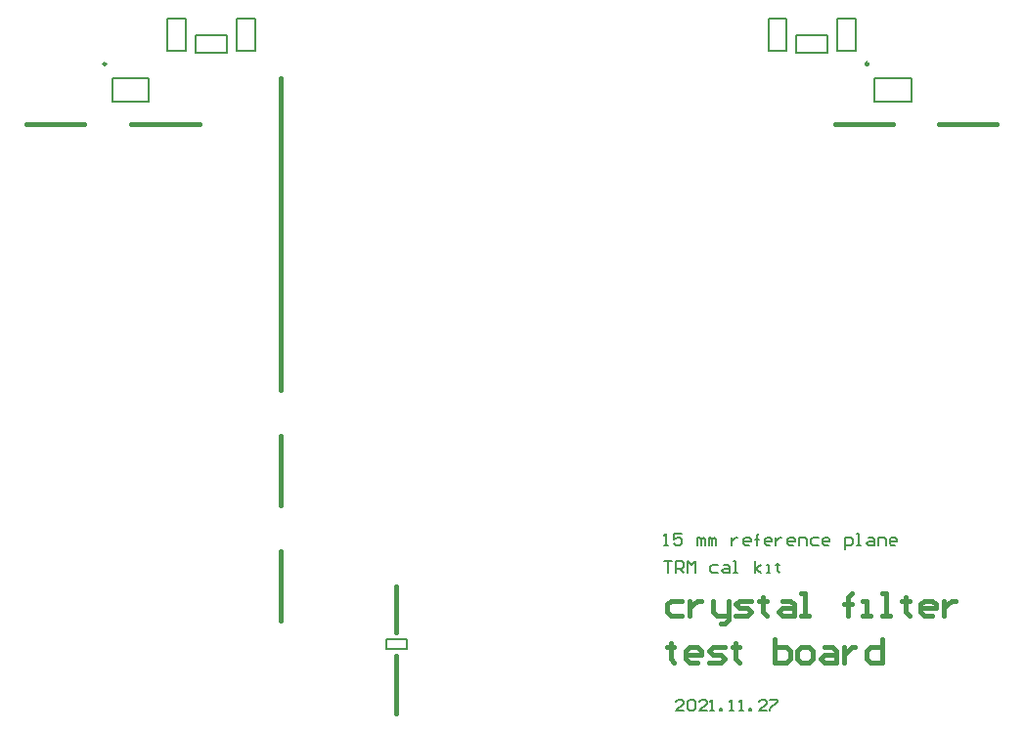
<source format=gto>
G04*
G04 #@! TF.GenerationSoftware,Altium Limited,Altium Designer,21.9.1 (22)*
G04*
G04 Layer_Color=65535*
%FSAX44Y44*%
%MOMM*%
G71*
G04*
G04 #@! TF.SameCoordinates,DCF355C4-2513-4F3A-AF0F-06795686F610*
G04*
G04*
G04 #@! TF.FilePolarity,Positive*
G04*
G01*
G75*
%ADD10C,0.2500*%
%ADD11C,0.4000*%
%ADD12C,0.1500*%
%ADD13C,0.2000*%
D10*
X00728750Y00572500D02*
G03*
X00728750Y00572500I-00001250J00000000D01*
G01*
X00068750Y00572500D02*
G03*
X00068750Y00572500I-00001250J00000000D01*
G01*
D11*
X00790000Y00520000D02*
X00840000D01*
X00700000D02*
X00750000D01*
X00000000D02*
X00050000D01*
X00090000D02*
X00150000D01*
X00320000Y00080000D02*
Y00120000D01*
Y00010000D02*
Y00060000D01*
X00220000Y00290000D02*
Y00560000D01*
Y00190000D02*
Y00250000D01*
Y00090000D02*
Y00150000D01*
X00567329Y00107586D02*
X00557332D01*
X00554000Y00104254D01*
Y00097589D01*
X00557332Y00094257D01*
X00567329D01*
X00573993Y00107586D02*
Y00094257D01*
Y00100921D01*
X00577326Y00104254D01*
X00580658Y00107586D01*
X00583990D01*
X00593987D02*
Y00097589D01*
X00597319Y00094257D01*
X00607316D01*
Y00090925D01*
X00603984Y00087592D01*
X00600652D01*
X00607316Y00094257D02*
Y00107586D01*
X00613981Y00094257D02*
X00623977D01*
X00627310Y00097589D01*
X00623977Y00100921D01*
X00617313D01*
X00613981Y00104254D01*
X00617313Y00107586D01*
X00627310D01*
X00637307Y00110918D02*
Y00107586D01*
X00633974D01*
X00640639D01*
X00637307D01*
Y00097589D01*
X00640639Y00094257D01*
X00653968Y00107586D02*
X00660632D01*
X00663964Y00104254D01*
Y00094257D01*
X00653968D01*
X00650636Y00097589D01*
X00653968Y00100921D01*
X00663964D01*
X00670629Y00094257D02*
X00677294D01*
X00673961D01*
Y00114250D01*
X00670629D01*
X00710616Y00094257D02*
Y00110918D01*
Y00104254D01*
X00707284D01*
X00713948D01*
X00710616D01*
Y00110918D01*
X00713948Y00114250D01*
X00723945Y00094257D02*
X00730610D01*
X00727277D01*
Y00107586D01*
X00723945D01*
X00740607Y00094257D02*
X00747271D01*
X00743939D01*
Y00114250D01*
X00740607D01*
X00760600Y00110918D02*
Y00107586D01*
X00757268D01*
X00763932D01*
X00760600D01*
Y00097589D01*
X00763932Y00094257D01*
X00783926D02*
X00777261D01*
X00773929Y00097589D01*
Y00104254D01*
X00777261Y00107586D01*
X00783926D01*
X00787258Y00104254D01*
Y00100921D01*
X00773929D01*
X00793923Y00107586D02*
Y00094257D01*
Y00100921D01*
X00797255Y00104254D01*
X00800587Y00107586D01*
X00803919D01*
X00557332Y00070661D02*
Y00067329D01*
X00554000D01*
X00560664D01*
X00557332D01*
Y00057332D01*
X00560664Y00054000D01*
X00580658D02*
X00573993D01*
X00570661Y00057332D01*
Y00063997D01*
X00573993Y00067329D01*
X00580658D01*
X00583990Y00063997D01*
Y00060665D01*
X00570661D01*
X00590655Y00054000D02*
X00600652D01*
X00603984Y00057332D01*
X00600652Y00060665D01*
X00593987D01*
X00590655Y00063997D01*
X00593987Y00067329D01*
X00603984D01*
X00613981Y00070661D02*
Y00067329D01*
X00610648D01*
X00617313D01*
X00613981D01*
Y00057332D01*
X00617313Y00054000D01*
X00647303Y00073994D02*
Y00054000D01*
X00657300D01*
X00660632Y00057332D01*
Y00060665D01*
Y00063997D01*
X00657300Y00067329D01*
X00647303D01*
X00670629Y00054000D02*
X00677294D01*
X00680626Y00057332D01*
Y00063997D01*
X00677294Y00067329D01*
X00670629D01*
X00667297Y00063997D01*
Y00057332D01*
X00670629Y00054000D01*
X00690623Y00067329D02*
X00697287D01*
X00700619Y00063997D01*
Y00054000D01*
X00690623D01*
X00687290Y00057332D01*
X00690623Y00060665D01*
X00700619D01*
X00707284Y00067329D02*
Y00054000D01*
Y00060665D01*
X00710616Y00063997D01*
X00713948Y00067329D01*
X00717281D01*
X00740607Y00073994D02*
Y00054000D01*
X00730610D01*
X00727278Y00057332D01*
Y00063997D01*
X00730610Y00067329D01*
X00740607D01*
D12*
X00122000Y00584000D02*
Y00612000D01*
X00138000Y00584000D02*
Y00612000D01*
X00122000Y00584000D02*
X00138000D01*
X00122000Y00612000D02*
X00138000D01*
X00666500Y00582500D02*
Y00597500D01*
X00693500Y00582500D02*
Y00597500D01*
X00666500D02*
X00693500D01*
X00666500Y00582500D02*
X00693500D01*
X00642000Y00584000D02*
Y00612000D01*
X00658000Y00584000D02*
Y00612000D01*
X00642000Y00584000D02*
X00658000D01*
X00642000Y00612000D02*
X00658000D01*
X00182000Y00584000D02*
Y00612000D01*
X00198000Y00584000D02*
Y00612000D01*
X00182000Y00584000D02*
X00198000D01*
X00182000Y00612000D02*
X00198000D01*
X00702000Y00584000D02*
Y00612000D01*
X00718000Y00584000D02*
Y00612000D01*
X00702000Y00584000D02*
X00718000D01*
X00702000Y00612000D02*
X00718000D01*
X00329000Y00065500D02*
Y00074500D01*
X00311000Y00065500D02*
Y00074500D01*
Y00065500D02*
X00329000D01*
X00311000Y00074500D02*
X00329000D01*
X00146500Y00582500D02*
Y00597500D01*
X00173500Y00582500D02*
Y00597500D01*
X00146500D02*
X00173500D01*
X00146500Y00582500D02*
X00173500D01*
D13*
X00766000Y00540000D02*
Y00560000D01*
X00734000Y00540000D02*
Y00560000D01*
X00766000D01*
X00734000Y00540000D02*
X00766000D01*
X00106000Y00540000D02*
Y00560000D01*
X00074000Y00540000D02*
Y00560000D01*
X00106000D01*
X00074000Y00540000D02*
X00106000D01*
X00552000Y00141997D02*
X00558665D01*
X00555332D01*
Y00132000D01*
X00561997D02*
Y00141997D01*
X00566995D01*
X00568661Y00140331D01*
Y00136998D01*
X00566995Y00135332D01*
X00561997D01*
X00565329D02*
X00568661Y00132000D01*
X00571993D02*
Y00141997D01*
X00575326Y00138665D01*
X00578658Y00141997D01*
Y00132000D01*
X00598652Y00138665D02*
X00593653D01*
X00591987Y00136998D01*
Y00133666D01*
X00593653Y00132000D01*
X00598652D01*
X00603650Y00138665D02*
X00606982D01*
X00608648Y00136998D01*
Y00132000D01*
X00603650D01*
X00601984Y00133666D01*
X00603650Y00135332D01*
X00608648D01*
X00611981Y00132000D02*
X00615313D01*
X00613647D01*
Y00141997D01*
X00611981D01*
X00630308Y00132000D02*
Y00141997D01*
Y00135332D02*
X00635307Y00138665D01*
X00630308Y00135332D02*
X00635307Y00132000D01*
X00640305D02*
X00643637D01*
X00641971D01*
Y00138665D01*
X00640305D01*
X00650302Y00140331D02*
Y00138665D01*
X00648635D01*
X00651968D01*
X00650302D01*
Y00133666D01*
X00651968Y00132000D01*
X00568665Y00012000D02*
X00562000D01*
X00568665Y00018664D01*
Y00020331D01*
X00566998Y00021997D01*
X00563666D01*
X00562000Y00020331D01*
X00571997D02*
X00573663Y00021997D01*
X00576995D01*
X00578661Y00020331D01*
Y00013666D01*
X00576995Y00012000D01*
X00573663D01*
X00571997Y00013666D01*
Y00020331D01*
X00588658Y00012000D02*
X00581994D01*
X00588658Y00018664D01*
Y00020331D01*
X00586992Y00021997D01*
X00583660D01*
X00581994Y00020331D01*
X00591990Y00012000D02*
X00595323D01*
X00593657D01*
Y00021997D01*
X00591990Y00020331D01*
X00600321Y00012000D02*
Y00013666D01*
X00601987D01*
Y00012000D01*
X00600321D01*
X00608652D02*
X00611984D01*
X00610318D01*
Y00021997D01*
X00608652Y00020331D01*
X00616982Y00012000D02*
X00620314D01*
X00618648D01*
Y00021997D01*
X00616982Y00020331D01*
X00625313Y00012000D02*
Y00013666D01*
X00626979D01*
Y00012000D01*
X00625313D01*
X00640308D02*
X00633643D01*
X00640308Y00018664D01*
Y00020331D01*
X00638642Y00021997D01*
X00635310D01*
X00633643Y00020331D01*
X00643640Y00021997D02*
X00650305D01*
Y00020331D01*
X00643640Y00013666D01*
Y00012000D01*
X00552000Y00155332D02*
X00555332D01*
X00553666D01*
Y00165329D01*
X00552000Y00163663D01*
X00566995Y00165329D02*
X00560331D01*
Y00160331D01*
X00563663Y00161997D01*
X00565329D01*
X00566995Y00160331D01*
Y00156998D01*
X00565329Y00155332D01*
X00561997D01*
X00560331Y00156998D01*
X00580324Y00155332D02*
Y00161997D01*
X00581990D01*
X00583656Y00160331D01*
Y00155332D01*
Y00160331D01*
X00585323Y00161997D01*
X00586989Y00160331D01*
Y00155332D01*
X00590321D02*
Y00161997D01*
X00591987D01*
X00593653Y00160331D01*
Y00155332D01*
Y00160331D01*
X00595319Y00161997D01*
X00596986Y00160331D01*
Y00155332D01*
X00610314Y00161997D02*
Y00155332D01*
Y00158665D01*
X00611981Y00160331D01*
X00613647Y00161997D01*
X00615313D01*
X00625310Y00155332D02*
X00621977D01*
X00620311Y00156998D01*
Y00160331D01*
X00621977Y00161997D01*
X00625310D01*
X00626976Y00160331D01*
Y00158665D01*
X00620311D01*
X00631974Y00155332D02*
Y00163663D01*
Y00160331D01*
X00630308D01*
X00633640D01*
X00631974D01*
Y00163663D01*
X00633640Y00165329D01*
X00643637Y00155332D02*
X00640305D01*
X00638639Y00156998D01*
Y00160331D01*
X00640305Y00161997D01*
X00643637D01*
X00645303Y00160331D01*
Y00158665D01*
X00638639D01*
X00648635Y00161997D02*
Y00155332D01*
Y00158665D01*
X00650302Y00160331D01*
X00651968Y00161997D01*
X00653634D01*
X00663631Y00155332D02*
X00660298D01*
X00658632Y00156998D01*
Y00160331D01*
X00660298Y00161997D01*
X00663631D01*
X00665297Y00160331D01*
Y00158665D01*
X00658632D01*
X00668629Y00155332D02*
Y00161997D01*
X00673627D01*
X00675294Y00160331D01*
Y00155332D01*
X00685290Y00161997D02*
X00680292D01*
X00678626Y00160331D01*
Y00156998D01*
X00680292Y00155332D01*
X00685290D01*
X00693621D02*
X00690289D01*
X00688623Y00156998D01*
Y00160331D01*
X00690289Y00161997D01*
X00693621D01*
X00695287Y00160331D01*
Y00158665D01*
X00688623D01*
X00708616Y00152000D02*
Y00161997D01*
X00713615D01*
X00715281Y00160331D01*
Y00156998D01*
X00713615Y00155332D01*
X00708616D01*
X00718613D02*
X00721945D01*
X00720279D01*
Y00165329D01*
X00718613D01*
X00728610Y00161997D02*
X00731942D01*
X00733608Y00160331D01*
Y00155332D01*
X00728610D01*
X00726944Y00156998D01*
X00728610Y00158665D01*
X00733608D01*
X00736940Y00155332D02*
Y00161997D01*
X00741939D01*
X00743605Y00160331D01*
Y00155332D01*
X00751936D02*
X00748603D01*
X00746937Y00156998D01*
Y00160331D01*
X00748603Y00161997D01*
X00751936D01*
X00753602Y00160331D01*
Y00158665D01*
X00746937D01*
M02*

</source>
